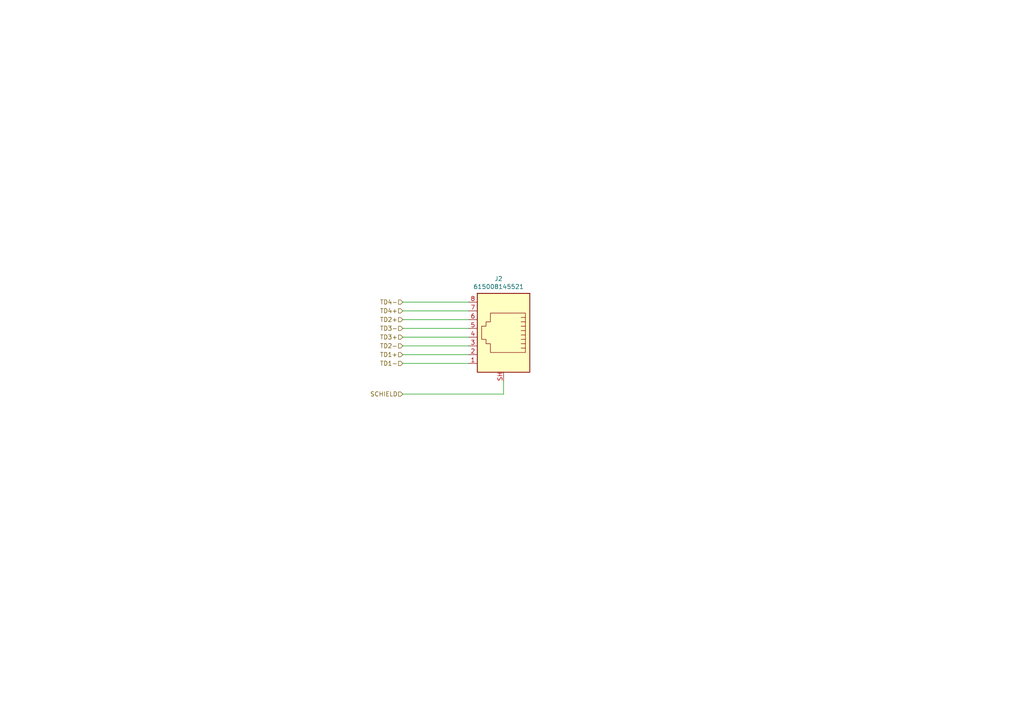
<source format=kicad_sch>
(kicad_sch (version 20211123) (generator eeschema)

  (uuid 996ae56c-fe62-40b9-820e-b085675c4cd8)

  (paper "A4")

  (lib_symbols
    (symbol "Connector:RJ45_Shielded" (pin_names (offset 1.016)) (in_bom yes) (on_board yes)
      (property "Reference" "J" (id 0) (at -5.08 13.97 0)
        (effects (font (size 1.27 1.27)) (justify right))
      )
      (property "Value" "RJ45_Shielded" (id 1) (at 2.54 13.97 0)
        (effects (font (size 1.27 1.27)) (justify left))
      )
      (property "Footprint" "" (id 2) (at 0 0.635 90)
        (effects (font (size 1.27 1.27)) hide)
      )
      (property "Datasheet" "~" (id 3) (at 0 0.635 90)
        (effects (font (size 1.27 1.27)) hide)
      )
      (property "ki_keywords" "8P8C RJ female connector" (id 4) (at 0 0 0)
        (effects (font (size 1.27 1.27)) hide)
      )
      (property "ki_description" "RJ connector, 8P8C (8 positions 8 connected), Shielded" (id 5) (at 0 0 0)
        (effects (font (size 1.27 1.27)) hide)
      )
      (property "ki_fp_filters" "8P8C* RJ31* RJ32* RJ33* RJ34* RJ35* RJ41* RJ45* RJ49* RJ61*" (id 6) (at 0 0 0)
        (effects (font (size 1.27 1.27)) hide)
      )
      (symbol "RJ45_Shielded_0_1"
        (polyline
          (pts
            (xy -5.08 4.445)
            (xy -6.35 4.445)
          )
          (stroke (width 0) (type default) (color 0 0 0 0))
          (fill (type none))
        )
        (polyline
          (pts
            (xy -5.08 5.715)
            (xy -6.35 5.715)
          )
          (stroke (width 0) (type default) (color 0 0 0 0))
          (fill (type none))
        )
        (polyline
          (pts
            (xy -6.35 -3.175)
            (xy -5.08 -3.175)
            (xy -5.08 -3.175)
          )
          (stroke (width 0) (type default) (color 0 0 0 0))
          (fill (type none))
        )
        (polyline
          (pts
            (xy -6.35 -1.905)
            (xy -5.08 -1.905)
            (xy -5.08 -1.905)
          )
          (stroke (width 0) (type default) (color 0 0 0 0))
          (fill (type none))
        )
        (polyline
          (pts
            (xy -6.35 -0.635)
            (xy -5.08 -0.635)
            (xy -5.08 -0.635)
          )
          (stroke (width 0) (type default) (color 0 0 0 0))
          (fill (type none))
        )
        (polyline
          (pts
            (xy -6.35 0.635)
            (xy -5.08 0.635)
            (xy -5.08 0.635)
          )
          (stroke (width 0) (type default) (color 0 0 0 0))
          (fill (type none))
        )
        (polyline
          (pts
            (xy -6.35 1.905)
            (xy -5.08 1.905)
            (xy -5.08 1.905)
          )
          (stroke (width 0) (type default) (color 0 0 0 0))
          (fill (type none))
        )
        (polyline
          (pts
            (xy -5.08 3.175)
            (xy -6.35 3.175)
            (xy -6.35 3.175)
          )
          (stroke (width 0) (type default) (color 0 0 0 0))
          (fill (type none))
        )
        (polyline
          (pts
            (xy -6.35 -4.445)
            (xy -6.35 6.985)
            (xy 3.81 6.985)
            (xy 3.81 4.445)
            (xy 5.08 4.445)
            (xy 5.08 3.175)
            (xy 6.35 3.175)
            (xy 6.35 -0.635)
            (xy 5.08 -0.635)
            (xy 5.08 -1.905)
            (xy 3.81 -1.905)
            (xy 3.81 -4.445)
            (xy -6.35 -4.445)
            (xy -6.35 -4.445)
          )
          (stroke (width 0) (type default) (color 0 0 0 0))
          (fill (type none))
        )
        (rectangle (start 7.62 12.7) (end -7.62 -10.16)
          (stroke (width 0.254) (type default) (color 0 0 0 0))
          (fill (type background))
        )
      )
      (symbol "RJ45_Shielded_1_1"
        (pin passive line (at 10.16 -7.62 180) (length 2.54)
          (name "~" (effects (font (size 1.27 1.27))))
          (number "1" (effects (font (size 1.27 1.27))))
        )
        (pin passive line (at 10.16 -5.08 180) (length 2.54)
          (name "~" (effects (font (size 1.27 1.27))))
          (number "2" (effects (font (size 1.27 1.27))))
        )
        (pin passive line (at 10.16 -2.54 180) (length 2.54)
          (name "~" (effects (font (size 1.27 1.27))))
          (number "3" (effects (font (size 1.27 1.27))))
        )
        (pin passive line (at 10.16 0 180) (length 2.54)
          (name "~" (effects (font (size 1.27 1.27))))
          (number "4" (effects (font (size 1.27 1.27))))
        )
        (pin passive line (at 10.16 2.54 180) (length 2.54)
          (name "~" (effects (font (size 1.27 1.27))))
          (number "5" (effects (font (size 1.27 1.27))))
        )
        (pin passive line (at 10.16 5.08 180) (length 2.54)
          (name "~" (effects (font (size 1.27 1.27))))
          (number "6" (effects (font (size 1.27 1.27))))
        )
        (pin passive line (at 10.16 7.62 180) (length 2.54)
          (name "~" (effects (font (size 1.27 1.27))))
          (number "7" (effects (font (size 1.27 1.27))))
        )
        (pin passive line (at 10.16 10.16 180) (length 2.54)
          (name "~" (effects (font (size 1.27 1.27))))
          (number "8" (effects (font (size 1.27 1.27))))
        )
        (pin passive line (at 0 -12.7 90) (length 2.54)
          (name "~" (effects (font (size 1.27 1.27))))
          (number "SH" (effects (font (size 1.27 1.27))))
        )
      )
    )
  )


  (wire (pts (xy 116.84 95.25) (xy 135.89 95.25))
    (stroke (width 0) (type default) (color 0 0 0 0))
    (uuid 0dab45a1-dd92-425b-be3a-1267e3dcbfa8)
  )
  (wire (pts (xy 116.84 87.63) (xy 135.89 87.63))
    (stroke (width 0) (type default) (color 0 0 0 0))
    (uuid 17b15584-c5fd-424f-accd-045406b9a39a)
  )
  (wire (pts (xy 116.84 105.41) (xy 135.89 105.41))
    (stroke (width 0) (type default) (color 0 0 0 0))
    (uuid 1b1fc833-d3ef-49bf-8206-03815675f32b)
  )
  (wire (pts (xy 116.84 114.3) (xy 146.05 114.3))
    (stroke (width 0) (type default) (color 0 0 0 0))
    (uuid 5975e4ae-b4ab-420a-a4e5-a0f0887f6d43)
  )
  (wire (pts (xy 116.84 92.71) (xy 135.89 92.71))
    (stroke (width 0) (type default) (color 0 0 0 0))
    (uuid 7e32737e-f321-44c9-a3ab-43edee9676bf)
  )
  (wire (pts (xy 116.84 90.17) (xy 135.89 90.17))
    (stroke (width 0) (type default) (color 0 0 0 0))
    (uuid a34d44ea-b687-4ba9-81ee-53add68d9826)
  )
  (wire (pts (xy 116.84 100.33) (xy 135.89 100.33))
    (stroke (width 0) (type default) (color 0 0 0 0))
    (uuid a9bf2468-9273-4d98-9eed-9b8e2b1dc858)
  )
  (wire (pts (xy 116.84 97.79) (xy 135.89 97.79))
    (stroke (width 0) (type default) (color 0 0 0 0))
    (uuid e98ea3fe-081e-4870-b1a3-1282f7f2a893)
  )
  (wire (pts (xy 146.05 114.3) (xy 146.05 110.49))
    (stroke (width 0) (type default) (color 0 0 0 0))
    (uuid f48ea404-1d5d-4ec2-802d-f845c70b0005)
  )
  (wire (pts (xy 116.84 102.87) (xy 135.89 102.87))
    (stroke (width 0) (type default) (color 0 0 0 0))
    (uuid f4f4dce3-8e41-4525-96f3-4f48abe8f17d)
  )

  (hierarchical_label "TD3-" (shape input) (at 116.84 95.25 180)
    (effects (font (size 1.27 1.27)) (justify right))
    (uuid 179c093f-744c-443d-931f-c73e0a33b374)
  )
  (hierarchical_label "TD1-" (shape input) (at 116.84 105.41 180)
    (effects (font (size 1.27 1.27)) (justify right))
    (uuid 1d139b43-d00a-4aef-a2a4-6be465ba2b50)
  )
  (hierarchical_label "TD2+" (shape input) (at 116.84 92.71 180)
    (effects (font (size 1.27 1.27)) (justify right))
    (uuid 3374be5a-5606-4a7b-87b7-37236e53a7e6)
  )
  (hierarchical_label "TD4+" (shape input) (at 116.84 90.17 180)
    (effects (font (size 1.27 1.27)) (justify right))
    (uuid 57dfaa02-de9e-4c7e-8a42-be182063c280)
  )
  (hierarchical_label "TD2-" (shape input) (at 116.84 100.33 180)
    (effects (font (size 1.27 1.27)) (justify right))
    (uuid 72222b90-ead5-4bf5-a6f5-817cad7080c0)
  )
  (hierarchical_label "TD3+" (shape input) (at 116.84 97.79 180)
    (effects (font (size 1.27 1.27)) (justify right))
    (uuid a1721d53-a0f7-4097-b0e4-17ad541efd59)
  )
  (hierarchical_label "TD4-" (shape input) (at 116.84 87.63 180)
    (effects (font (size 1.27 1.27)) (justify right))
    (uuid b02beabc-149c-476c-bff1-1f5bf1a1d8a9)
  )
  (hierarchical_label "SCHIELD" (shape input) (at 116.84 114.3 180)
    (effects (font (size 1.27 1.27)) (justify right))
    (uuid b34b9cbe-9469-4271-8904-5faeb10ecab7)
  )
  (hierarchical_label "TD1+" (shape input) (at 116.84 102.87 180)
    (effects (font (size 1.27 1.27)) (justify right))
    (uuid cc94d311-9a61-4e72-b2e5-23012877c0e2)
  )

  (symbol (lib_id "Connector:RJ45_Shielded") (at 146.05 97.79 0) (mirror y) (unit 1)
    (in_bom yes) (on_board yes)
    (uuid 8ace62d9-8060-4514-b211-5041041f8626)
    (property "Reference" "J2" (id 0) (at 144.6022 80.8482 0))
    (property "Value" "615008145521" (id 1) (at 144.6022 83.1596 0))
    (property "Footprint" "b010:RJ45_Wuerth_615008145521_Horizontal" (id 2) (at 146.05 97.155 90)
      (effects (font (size 1.27 1.27)) hide)
    )
    (property "Datasheet" "~" (id 3) (at 146.05 97.155 90)
      (effects (font (size 1.27 1.27)) hide)
    )
    (property "MPN" "615008145521" (id 4) (at 146.05 97.79 0)
      (effects (font (size 1.27 1.27)) hide)
    )
    (pin "1" (uuid 5a833424-cb32-4906-9225-6e387a3b7dca))
    (pin "2" (uuid cb1570a5-ed31-48ec-bde3-f1540db6398d))
    (pin "3" (uuid 12f8d892-e0a2-415e-9b75-dd7d55daed79))
    (pin "4" (uuid 2f80e257-eb1b-42c0-87e1-a7b7a0511e61))
    (pin "5" (uuid 9a1f2439-08aa-437e-a1fd-267ce344c487))
    (pin "6" (uuid 5b8970fe-d1e1-411b-915c-62c99d510455))
    (pin "7" (uuid a81c23e9-2fa7-40fb-859a-eeca6686629a))
    (pin "8" (uuid 10d8e9e2-18e6-4075-b2e6-edc2c085dba9))
    (pin "SH" (uuid bc6d55b1-b788-4972-9cdd-cff9280a2d67))
  )
)

</source>
